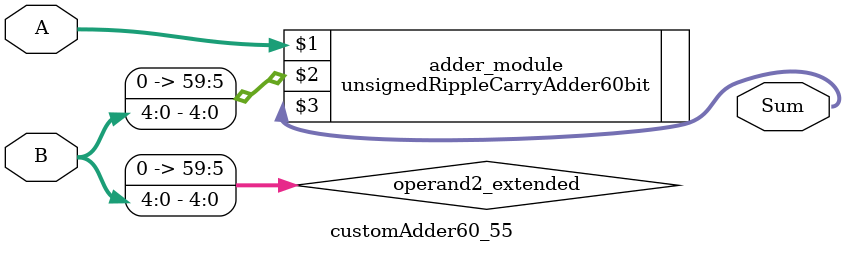
<source format=v>
module customAdder60_55(
                        input [59 : 0] A,
                        input [4 : 0] B,
                        
                        output [60 : 0] Sum
                );

        wire [59 : 0] operand2_extended;
        
        assign operand2_extended =  {55'b0, B};
        
        unsignedRippleCarryAdder60bit adder_module(
            A,
            operand2_extended,
            Sum
        );
        
        endmodule
        
</source>
